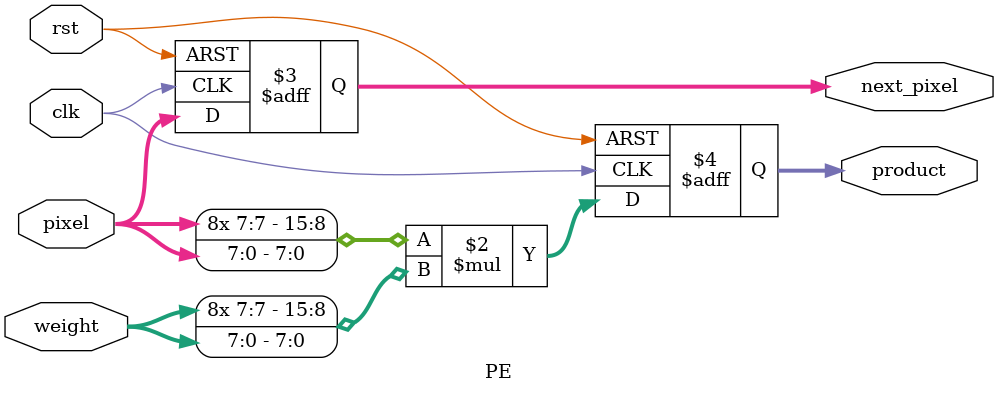
<source format=sv>
module PE(
    input clk, rst,
    input [7:0] pixel, weight,
    output logic [7:0] next_pixel,
    output logic signed [15:0] product
);
always_ff @(posedge clk or posedge rst) begin
    if (rst) begin
        next_pixel <= 0;
        product <= 0;
    end else begin
        next_pixel <= pixel;
        product <= $signed(pixel) * $signed(weight);
		//product <= (weight==0)? 0 : $signed(pixel) * $signed(weight);
    end
end
endmodule
</source>
